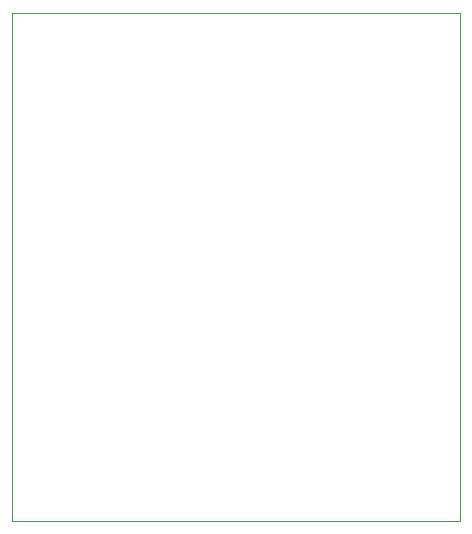
<source format=gbr>
%TF.GenerationSoftware,KiCad,Pcbnew,5.1.9+dfsg1-1*%
%TF.CreationDate,2021-05-25T15:53:09+02:00*%
%TF.ProjectId,i2c-control-interface,6932632d-636f-46e7-9472-6f6c2d696e74,rev?*%
%TF.SameCoordinates,Original*%
%TF.FileFunction,Profile,NP*%
%FSLAX46Y46*%
G04 Gerber Fmt 4.6, Leading zero omitted, Abs format (unit mm)*
G04 Created by KiCad (PCBNEW 5.1.9+dfsg1-1) date 2021-05-25 15:53:09*
%MOMM*%
%LPD*%
G01*
G04 APERTURE LIST*
%TA.AperFunction,Profile*%
%ADD10C,0.050000*%
%TD*%
G04 APERTURE END LIST*
D10*
X144000000Y-98000000D02*
X106000000Y-98000000D01*
X144000000Y-141000000D02*
X144000000Y-98000000D01*
X106000000Y-141000000D02*
X144000000Y-141000000D01*
X106000000Y-98000000D02*
X106000000Y-141000000D01*
M02*

</source>
